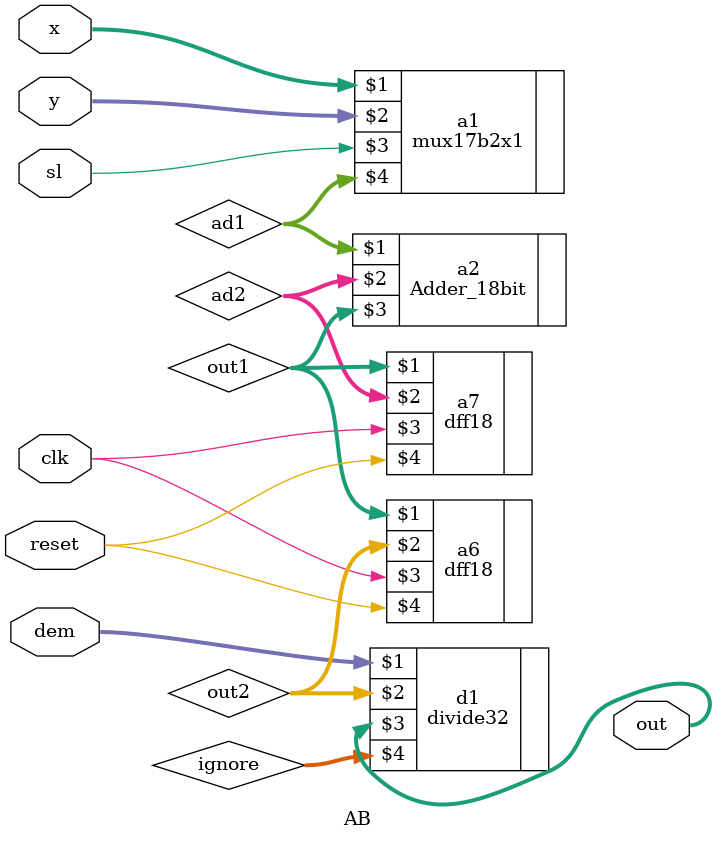
<source format=v>
module AB(x,y,dem,sl,out,clk,reset);
input [31:0] x,y;
input clk,reset,sl;
input [5:0] dem;
output [31:0] out;
wire [31:0] ad1,out1,ad2,out2;
wire [5:0] ignore;
mux17b2x1 a1(x,y,sl,ad1);
Adder_18bit a2(ad1,ad2,out1);
dff18 a6(out1,out2,clk,reset);
dff18 a7(out1,ad2,clk,reset);
divide32 d1(dem,out2,out,ignore);
endmodule 
</source>
